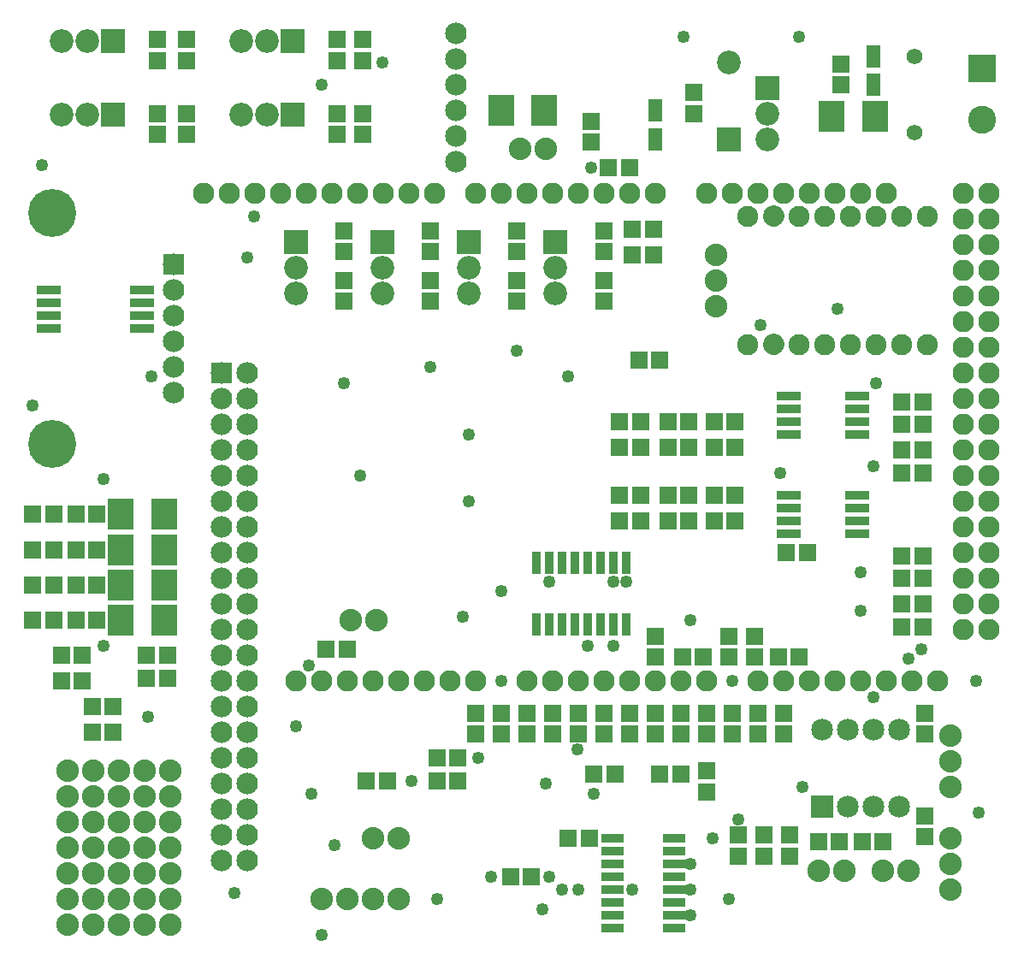
<source format=gts>
G04 MADE WITH FRITZING*
G04 WWW.FRITZING.ORG*
G04 DOUBLE SIDED*
G04 HOLES PLATED*
G04 CONTOUR ON CENTER OF CONTOUR VECTOR*
%ASAXBY*%
%FSLAX23Y23*%
%MOIN*%
%OFA0B0*%
%SFA1.0B1.0*%
%ADD10C,0.049370*%
%ADD11C,0.082472*%
%ADD12C,0.082445*%
%ADD13C,0.082417*%
%ADD14C,0.084000*%
%ADD15C,0.187165*%
%ADD16C,0.088000*%
%ADD17C,0.085000*%
%ADD18C,0.082917*%
%ADD19C,0.092000*%
%ADD20C,0.061496*%
%ADD21C,0.109055*%
%ADD22R,0.057244X0.088740*%
%ADD23R,0.069055X0.065118*%
%ADD24R,0.065118X0.069055*%
%ADD25R,0.096614X0.033622*%
%ADD26R,0.100086X0.123708*%
%ADD27R,0.084000X0.084000*%
%ADD28R,0.036000X0.090000*%
%ADD29R,0.096900X0.034000*%
%ADD30R,0.090000X0.036000*%
%ADD31R,0.085000X0.085000*%
%ADD32R,0.092000X0.092000*%
%ADD33R,0.109055X0.109055*%
%ADD34R,0.001000X0.001000*%
%LNMASK1*%
G90*
G70*
G54D10*
X919Y2982D03*
X2244Y732D03*
X2057Y770D03*
X1182Y182D03*
X1632Y320D03*
X1844Y408D03*
X2769Y320D03*
X2807Y632D03*
X3744Y657D03*
X3519Y1295D03*
X3282Y1445D03*
X1419Y3582D03*
X1332Y1970D03*
X1757Y1870D03*
X1757Y2132D03*
X2144Y2357D03*
X1082Y995D03*
X1232Y532D03*
X519Y2357D03*
X332Y1307D03*
G54D11*
X2844Y2482D03*
X3544Y2982D03*
X3444Y2982D03*
X3344Y2982D03*
X3244Y2982D03*
X3144Y2982D03*
G54D12*
X3044Y2982D03*
G54D11*
X2844Y2982D03*
G54D12*
X3544Y2482D03*
G54D13*
X3444Y2482D03*
G54D12*
X3344Y2482D03*
G54D11*
X3244Y2482D03*
G54D12*
X3144Y2482D03*
G54D13*
X3044Y2482D03*
G54D10*
X2707Y557D03*
X1882Y1520D03*
X2232Y3170D03*
X2070Y407D03*
X2594Y3682D03*
X3044Y3682D03*
X57Y2245D03*
G54D14*
X607Y2794D03*
X607Y2694D03*
X607Y2594D03*
X607Y2494D03*
X607Y2394D03*
X607Y2294D03*
G54D10*
X844Y345D03*
X94Y3182D03*
X1144Y732D03*
X2394Y357D03*
X2182Y357D03*
X2119Y357D03*
X2044Y282D03*
X2620Y257D03*
X2619Y357D03*
X2619Y457D03*
X2181Y905D03*
X3469Y1257D03*
X332Y1957D03*
X894Y2820D03*
X3344Y2332D03*
X3282Y1595D03*
X2319Y1557D03*
X2619Y1407D03*
X1794Y870D03*
X1132Y1232D03*
X2219Y1307D03*
X2069Y1557D03*
X2319Y1307D03*
X2369Y1557D03*
X1732Y1420D03*
X3732Y1170D03*
X1532Y782D03*
G54D14*
X1707Y3695D03*
X1707Y3595D03*
X1707Y3495D03*
X1707Y3395D03*
X1707Y3295D03*
X1707Y3195D03*
X1707Y3695D03*
X1707Y3595D03*
X1707Y3495D03*
X1707Y3395D03*
X1707Y3295D03*
X1707Y3195D03*
G54D10*
X3057Y757D03*
G54D15*
X132Y2095D03*
X132Y2995D03*
G54D10*
X1607Y2395D03*
X1944Y2457D03*
X1269Y2332D03*
X1182Y3495D03*
X3332Y1107D03*
X1882Y1170D03*
X507Y1032D03*
X2782Y1170D03*
X3194Y2620D03*
X2969Y1982D03*
X3332Y2007D03*
G54D16*
X594Y220D03*
X494Y220D03*
X394Y220D03*
X294Y220D03*
X194Y220D03*
X594Y820D03*
X494Y820D03*
X394Y820D03*
X294Y820D03*
X194Y820D03*
X194Y620D03*
X294Y620D03*
X394Y620D03*
X494Y620D03*
X494Y320D03*
X494Y420D03*
X194Y320D03*
X194Y420D03*
X294Y320D03*
X294Y420D03*
X394Y320D03*
X394Y420D03*
X594Y320D03*
X594Y420D03*
X1182Y320D03*
X1282Y320D03*
X194Y720D03*
X294Y720D03*
X394Y720D03*
X494Y720D03*
X1482Y320D03*
X494Y520D03*
X594Y520D03*
X1397Y1407D03*
X1297Y1407D03*
X194Y520D03*
X294Y520D03*
X394Y520D03*
X594Y720D03*
X1382Y320D03*
X594Y620D03*
G54D10*
X2894Y2557D03*
G54D17*
X3132Y682D03*
X3132Y982D03*
X3232Y682D03*
X3232Y982D03*
X3332Y682D03*
X3332Y982D03*
X3432Y682D03*
X3432Y982D03*
G54D14*
X894Y2370D03*
X894Y2270D03*
X894Y2170D03*
X894Y2070D03*
X894Y1970D03*
X894Y1870D03*
X894Y1770D03*
X894Y1670D03*
X894Y1570D03*
X894Y1470D03*
X894Y1370D03*
X894Y1270D03*
X894Y1170D03*
X894Y1070D03*
X894Y970D03*
X894Y870D03*
X894Y770D03*
X894Y670D03*
X894Y570D03*
X894Y470D03*
X794Y2370D03*
X794Y2270D03*
X794Y2170D03*
X794Y2070D03*
X794Y1970D03*
X794Y1870D03*
X794Y1770D03*
X794Y1670D03*
X794Y1570D03*
X794Y1470D03*
X794Y1370D03*
X794Y1270D03*
X794Y1170D03*
X794Y1070D03*
X794Y970D03*
X794Y870D03*
X794Y770D03*
X794Y670D03*
X794Y570D03*
X794Y470D03*
G54D18*
X2982Y1170D03*
X1382Y1170D03*
X3082Y1170D03*
X3182Y1170D03*
X3282Y1170D03*
X3382Y1170D03*
X3682Y2570D03*
X3482Y1170D03*
X3582Y1170D03*
X1422Y3070D03*
X1982Y1170D03*
X2082Y1170D03*
X2182Y1170D03*
X2282Y1170D03*
X3682Y1770D03*
X2382Y1170D03*
X2482Y1170D03*
X2582Y1170D03*
X2682Y1170D03*
X2182Y3070D03*
X3682Y2970D03*
X3682Y2170D03*
X3682Y1370D03*
X1022Y3070D03*
X1782Y1170D03*
X1782Y3070D03*
X3682Y2770D03*
X3682Y2370D03*
X3682Y1970D03*
X3382Y3070D03*
X3682Y1570D03*
X3282Y3070D03*
X3182Y3070D03*
X3082Y3070D03*
X2982Y3070D03*
X2882Y3070D03*
X2782Y3070D03*
X2682Y3070D03*
X822Y3070D03*
X1222Y3070D03*
X1622Y3070D03*
X1182Y1170D03*
X1582Y1170D03*
X2382Y3070D03*
X1982Y3070D03*
X3682Y3070D03*
X3682Y2870D03*
X3682Y2670D03*
X3682Y2470D03*
X3682Y2270D03*
X3682Y2070D03*
X3682Y1870D03*
X3682Y1670D03*
X3682Y1470D03*
X722Y3070D03*
X922Y3070D03*
X1122Y3070D03*
X1322Y3070D03*
X1522Y3070D03*
X1082Y1170D03*
X1282Y1170D03*
X1482Y1170D03*
X1682Y1170D03*
X2482Y3070D03*
X2282Y3070D03*
X2082Y3070D03*
X1882Y3070D03*
X3782Y3070D03*
X3782Y2970D03*
X3782Y2870D03*
X3782Y2770D03*
X3782Y2670D03*
X3782Y2570D03*
X3782Y2470D03*
X3782Y2370D03*
X3782Y2270D03*
X3782Y2170D03*
X3782Y2070D03*
X3782Y1970D03*
X3782Y1870D03*
X3782Y1770D03*
X3782Y1670D03*
X3782Y1570D03*
X3782Y1470D03*
X3782Y1370D03*
X2882Y1170D03*
G54D19*
X1419Y2882D03*
X1419Y2782D03*
X1419Y2682D03*
X2094Y2882D03*
X2094Y2782D03*
X2094Y2682D03*
X1757Y2882D03*
X1757Y2782D03*
X1757Y2682D03*
X1082Y2882D03*
X1082Y2782D03*
X1082Y2682D03*
G54D16*
X3632Y357D03*
X3632Y457D03*
X3632Y557D03*
X3632Y957D03*
X3632Y857D03*
X3632Y757D03*
X2057Y3245D03*
X1957Y3245D03*
X2719Y2832D03*
X2719Y2732D03*
X2719Y2632D03*
X3119Y432D03*
X3219Y432D03*
X1482Y557D03*
X1382Y557D03*
X3469Y432D03*
X3369Y432D03*
G54D19*
X2919Y3482D03*
X2919Y3382D03*
X2919Y3282D03*
X2769Y3282D03*
X2769Y3580D03*
G54D20*
X3494Y3307D03*
X3494Y3603D03*
X3494Y3307D03*
X3494Y3603D03*
G54D19*
X369Y3377D03*
X269Y3377D03*
X169Y3377D03*
X1069Y3664D03*
X969Y3664D03*
X869Y3664D03*
X369Y3664D03*
X269Y3664D03*
X169Y3664D03*
X1069Y3377D03*
X969Y3377D03*
X869Y3377D03*
G54D21*
X3757Y3557D03*
X3757Y3357D03*
G54D22*
X2482Y3282D03*
X2482Y3393D03*
G54D23*
X2232Y3270D03*
X2232Y3351D03*
G54D24*
X2301Y3170D03*
X2382Y3170D03*
G54D25*
X482Y2595D03*
X120Y2595D03*
X482Y2545D03*
X482Y2645D03*
X482Y2695D03*
X120Y2545D03*
X120Y2645D03*
X120Y2695D03*
G54D26*
X3169Y3370D03*
X3339Y3370D03*
X1882Y3395D03*
X2051Y3395D03*
G54D27*
X607Y2794D03*
G54D28*
X2019Y1390D03*
X2069Y1390D03*
X2119Y1390D03*
X2169Y1390D03*
X2219Y1390D03*
X2269Y1390D03*
X2319Y1390D03*
X2369Y1390D03*
X2369Y1632D03*
X2319Y1632D03*
X2269Y1632D03*
X2219Y1632D03*
X2169Y1632D03*
X2119Y1632D03*
X2069Y1632D03*
X2019Y1632D03*
G54D29*
X3269Y2132D03*
X3269Y2182D03*
X3269Y2232D03*
X3269Y2282D03*
X3004Y2282D03*
X3004Y2232D03*
X3004Y2182D03*
X3004Y2132D03*
X3269Y1745D03*
X3269Y1795D03*
X3269Y1845D03*
X3269Y1895D03*
X3004Y1895D03*
X3004Y1845D03*
X3004Y1795D03*
X3004Y1745D03*
G54D26*
X569Y1407D03*
X400Y1407D03*
X569Y1545D03*
X400Y1545D03*
X569Y1682D03*
X400Y1682D03*
X569Y1820D03*
X400Y1820D03*
G54D24*
X57Y1407D03*
X138Y1407D03*
X57Y1545D03*
X138Y1545D03*
X57Y1682D03*
X138Y1682D03*
X57Y1820D03*
X138Y1820D03*
X2532Y1795D03*
X2613Y1795D03*
X2532Y1895D03*
X2613Y1895D03*
X2532Y2082D03*
X2613Y2082D03*
X2532Y2182D03*
X2613Y2182D03*
X307Y1407D03*
X226Y1407D03*
X307Y1545D03*
X226Y1545D03*
X307Y1682D03*
X226Y1682D03*
X307Y1820D03*
X226Y1820D03*
X2344Y1795D03*
X2425Y1795D03*
X2344Y1895D03*
X2425Y1895D03*
X2344Y2082D03*
X2425Y2082D03*
X2344Y2182D03*
X2425Y2182D03*
G54D22*
X3332Y3494D03*
X3332Y3604D03*
G54D30*
X2557Y207D03*
X2557Y257D03*
X2557Y307D03*
X2557Y357D03*
X2557Y407D03*
X2557Y457D03*
X2557Y507D03*
X2557Y557D03*
X2315Y557D03*
X2315Y507D03*
X2315Y457D03*
X2315Y407D03*
X2315Y357D03*
X2315Y307D03*
X2315Y257D03*
X2315Y207D03*
G54D24*
X2144Y557D03*
X2225Y557D03*
X582Y1182D03*
X501Y1182D03*
X369Y1070D03*
X289Y1070D03*
X2394Y2932D03*
X2475Y2932D03*
G54D23*
X3207Y3576D03*
X3207Y3495D03*
X2632Y3463D03*
X2632Y3382D03*
G54D24*
X369Y970D03*
X289Y970D03*
X582Y1270D03*
X501Y1270D03*
X250Y1270D03*
X169Y1270D03*
G54D23*
X1344Y3302D03*
X1344Y3382D03*
X1244Y3589D03*
X1244Y3670D03*
X1344Y3589D03*
X1344Y3670D03*
X1244Y3302D03*
X1244Y3382D03*
X657Y3589D03*
X657Y3670D03*
X544Y3589D03*
X544Y3670D03*
X657Y3302D03*
X657Y3382D03*
X544Y3302D03*
X544Y3382D03*
G54D24*
X3525Y2257D03*
X3444Y2257D03*
X3525Y1982D03*
X3444Y1982D03*
X3525Y2070D03*
X3444Y2070D03*
X3525Y2170D03*
X3444Y2170D03*
X2419Y2420D03*
X2500Y2420D03*
X3525Y1382D03*
X3444Y1382D03*
X3525Y1470D03*
X3444Y1470D03*
X3525Y1570D03*
X3444Y1570D03*
X3525Y1657D03*
X3444Y1657D03*
G54D23*
X1269Y2652D03*
X1269Y2732D03*
X1607Y2652D03*
X1607Y2732D03*
X1944Y2652D03*
X1944Y2732D03*
X2282Y2652D03*
X2282Y2732D03*
X1269Y2926D03*
X1269Y2845D03*
X1607Y2926D03*
X1607Y2845D03*
X1944Y2926D03*
X1944Y2845D03*
X2282Y2926D03*
X2282Y2845D03*
G54D24*
X2714Y2082D03*
X2794Y2082D03*
X2794Y2182D03*
X2714Y2182D03*
X1713Y782D03*
X1632Y782D03*
X2325Y807D03*
X2244Y807D03*
X250Y1170D03*
X169Y1170D03*
X2994Y1670D03*
X3075Y1670D03*
G54D23*
X2769Y1345D03*
X2769Y1264D03*
X2082Y964D03*
X2082Y1045D03*
G54D24*
X1282Y1295D03*
X1201Y1295D03*
X2475Y2832D03*
X2394Y2832D03*
G54D23*
X1982Y964D03*
X1982Y1045D03*
G54D24*
X1713Y870D03*
X1632Y870D03*
G54D23*
X1782Y1045D03*
X1782Y964D03*
G54D24*
X3044Y1266D03*
X2964Y1266D03*
G54D23*
X2482Y1264D03*
X2482Y1345D03*
X3532Y964D03*
X3532Y1045D03*
G54D24*
X3289Y545D03*
X3369Y545D03*
X3200Y545D03*
X3119Y545D03*
G54D23*
X3532Y564D03*
X3532Y645D03*
X3007Y570D03*
X3007Y489D03*
X2682Y739D03*
X2682Y820D03*
G54D24*
X2501Y807D03*
X2582Y807D03*
G54D31*
X3132Y682D03*
G54D27*
X794Y2370D03*
G54D32*
X1419Y2882D03*
X2094Y2882D03*
X1757Y2882D03*
X1082Y2882D03*
X2919Y3482D03*
X2769Y3281D03*
X369Y3377D03*
X1069Y3664D03*
X369Y3664D03*
X1069Y3377D03*
G54D33*
X3757Y3557D03*
G54D23*
X2882Y964D03*
X2882Y1045D03*
X2807Y489D03*
X2807Y570D03*
X2907Y489D03*
X2907Y570D03*
G54D24*
X1357Y782D03*
X1438Y782D03*
G54D23*
X1882Y964D03*
X1882Y1045D03*
X2182Y964D03*
X2182Y1045D03*
X2982Y964D03*
X2982Y1045D03*
X2682Y964D03*
X2682Y1045D03*
X2582Y964D03*
X2582Y1045D03*
X2782Y964D03*
X2782Y1045D03*
X2482Y964D03*
X2482Y1045D03*
X2282Y964D03*
X2282Y1045D03*
X2382Y964D03*
X2382Y1045D03*
G54D24*
X2714Y1795D03*
X2794Y1795D03*
X2794Y1895D03*
X2714Y1895D03*
X2669Y1266D03*
X2589Y1266D03*
G54D23*
X2869Y1264D03*
X2869Y1345D03*
G54D24*
X1919Y407D03*
X2000Y407D03*
G54D34*
X2943Y3024D02*
X2944Y3024D01*
X2936Y3023D02*
X2952Y3023D01*
X2932Y3022D02*
X2956Y3022D01*
X2929Y3021D02*
X2959Y3021D01*
X2927Y3020D02*
X2961Y3020D01*
X2925Y3019D02*
X2963Y3019D01*
X2923Y3018D02*
X2965Y3018D01*
X2921Y3017D02*
X2966Y3017D01*
X2920Y3016D02*
X2968Y3016D01*
X2919Y3015D02*
X2969Y3015D01*
X2917Y3014D02*
X2970Y3014D01*
X2916Y3013D02*
X2971Y3013D01*
X2915Y3012D02*
X2972Y3012D01*
X2914Y3011D02*
X2973Y3011D01*
X2913Y3010D02*
X2974Y3010D01*
X2913Y3009D02*
X2975Y3009D01*
X2912Y3008D02*
X2976Y3008D01*
X2911Y3007D02*
X2977Y3007D01*
X2910Y3006D02*
X2977Y3006D01*
X2910Y3005D02*
X2978Y3005D01*
X2909Y3004D02*
X2979Y3004D01*
X2908Y3003D02*
X2979Y3003D01*
X2908Y3002D02*
X2980Y3002D01*
X2907Y3001D02*
X2980Y3001D01*
X2907Y3000D02*
X2981Y3000D01*
X2906Y2999D02*
X2981Y2999D01*
X2906Y2998D02*
X2982Y2998D01*
X2906Y2997D02*
X2982Y2997D01*
X2905Y2996D02*
X2982Y2996D01*
X2905Y2995D02*
X2983Y2995D01*
X2905Y2994D02*
X2983Y2994D01*
X2905Y2993D02*
X2983Y2993D01*
X2904Y2992D02*
X2983Y2992D01*
X2904Y2991D02*
X2984Y2991D01*
X2904Y2990D02*
X2984Y2990D01*
X2904Y2989D02*
X2984Y2989D01*
X2904Y2988D02*
X2984Y2988D01*
X2903Y2987D02*
X2984Y2987D01*
X2903Y2986D02*
X2984Y2986D01*
X2903Y2985D02*
X2984Y2985D01*
X2903Y2984D02*
X2985Y2984D01*
X2903Y2983D02*
X2985Y2983D01*
X2903Y2982D02*
X2985Y2982D01*
X2903Y2981D02*
X2984Y2981D01*
X2903Y2980D02*
X2984Y2980D01*
X2903Y2979D02*
X2984Y2979D01*
X2904Y2978D02*
X2984Y2978D01*
X2904Y2977D02*
X2984Y2977D01*
X2904Y2976D02*
X2984Y2976D01*
X2904Y2975D02*
X2984Y2975D01*
X2904Y2974D02*
X2984Y2974D01*
X2904Y2973D02*
X2983Y2973D01*
X2905Y2972D02*
X2983Y2972D01*
X2905Y2971D02*
X2983Y2971D01*
X2905Y2970D02*
X2983Y2970D01*
X2906Y2969D02*
X2982Y2969D01*
X2906Y2968D02*
X2982Y2968D01*
X2906Y2967D02*
X2981Y2967D01*
X2907Y2966D02*
X2981Y2966D01*
X2907Y2965D02*
X2980Y2965D01*
X2908Y2964D02*
X2980Y2964D01*
X2908Y2963D02*
X2979Y2963D01*
X2909Y2962D02*
X2979Y2962D01*
X2909Y2961D02*
X2978Y2961D01*
X2910Y2960D02*
X2978Y2960D01*
X2911Y2959D02*
X2977Y2959D01*
X2912Y2958D02*
X2976Y2958D01*
X2912Y2957D02*
X2975Y2957D01*
X2913Y2956D02*
X2975Y2956D01*
X2914Y2955D02*
X2974Y2955D01*
X2915Y2954D02*
X2973Y2954D01*
X2916Y2953D02*
X2972Y2953D01*
X2917Y2952D02*
X2971Y2952D01*
X2918Y2951D02*
X2970Y2951D01*
X2920Y2950D02*
X2968Y2950D01*
X2921Y2949D02*
X2967Y2949D01*
X2922Y2948D02*
X2965Y2948D01*
X2924Y2947D02*
X2964Y2947D01*
X2926Y2946D02*
X2962Y2946D01*
X2928Y2945D02*
X2960Y2945D01*
X2931Y2944D02*
X2957Y2944D01*
X2934Y2943D02*
X2954Y2943D01*
X2939Y2942D02*
X2949Y2942D01*
X2944Y2524D02*
X2944Y2524D01*
X2936Y2523D02*
X2952Y2523D01*
X2932Y2522D02*
X2956Y2522D01*
X2929Y2521D02*
X2959Y2521D01*
X2927Y2520D02*
X2961Y2520D01*
X2925Y2519D02*
X2963Y2519D01*
X2923Y2518D02*
X2965Y2518D01*
X2921Y2517D02*
X2966Y2517D01*
X2920Y2516D02*
X2968Y2516D01*
X2919Y2515D02*
X2969Y2515D01*
X2918Y2514D02*
X2970Y2514D01*
X2916Y2513D02*
X2971Y2513D01*
X2915Y2512D02*
X2972Y2512D01*
X2914Y2511D02*
X2973Y2511D01*
X2913Y2510D02*
X2974Y2510D01*
X2913Y2509D02*
X2975Y2509D01*
X2912Y2508D02*
X2976Y2508D01*
X2911Y2507D02*
X2977Y2507D01*
X2910Y2506D02*
X2977Y2506D01*
X2910Y2505D02*
X2978Y2505D01*
X2909Y2504D02*
X2979Y2504D01*
X2909Y2503D02*
X2979Y2503D01*
X2908Y2502D02*
X2980Y2502D01*
X2907Y2501D02*
X2980Y2501D01*
X2907Y2500D02*
X2981Y2500D01*
X2906Y2499D02*
X2981Y2499D01*
X2906Y2498D02*
X2982Y2498D01*
X2906Y2497D02*
X2982Y2497D01*
X2905Y2496D02*
X2982Y2496D01*
X2905Y2495D02*
X2983Y2495D01*
X2905Y2494D02*
X2983Y2494D01*
X2905Y2493D02*
X2983Y2493D01*
X2904Y2492D02*
X2983Y2492D01*
X2904Y2491D02*
X2984Y2491D01*
X2904Y2490D02*
X2984Y2490D01*
X2904Y2489D02*
X2984Y2489D01*
X2904Y2488D02*
X2984Y2488D01*
X2903Y2487D02*
X2984Y2487D01*
X2903Y2486D02*
X2984Y2486D01*
X2903Y2485D02*
X2984Y2485D01*
X2903Y2484D02*
X2985Y2484D01*
X2903Y2483D02*
X2985Y2483D01*
X2903Y2482D02*
X2985Y2482D01*
X2903Y2481D02*
X2984Y2481D01*
X2903Y2480D02*
X2984Y2480D01*
X2903Y2479D02*
X2984Y2479D01*
X2904Y2478D02*
X2984Y2478D01*
X2904Y2477D02*
X2984Y2477D01*
X2904Y2476D02*
X2984Y2476D01*
X2904Y2475D02*
X2984Y2475D01*
X2904Y2474D02*
X2984Y2474D01*
X2904Y2473D02*
X2983Y2473D01*
X2905Y2472D02*
X2983Y2472D01*
X2905Y2471D02*
X2983Y2471D01*
X2905Y2470D02*
X2983Y2470D01*
X2906Y2469D02*
X2982Y2469D01*
X2906Y2468D02*
X2982Y2468D01*
X2906Y2467D02*
X2981Y2467D01*
X2907Y2466D02*
X2981Y2466D01*
X2907Y2465D02*
X2980Y2465D01*
X2908Y2464D02*
X2980Y2464D01*
X2908Y2463D02*
X2979Y2463D01*
X2909Y2462D02*
X2979Y2462D01*
X2910Y2461D02*
X2978Y2461D01*
X2910Y2460D02*
X2978Y2460D01*
X2911Y2459D02*
X2977Y2459D01*
X2912Y2458D02*
X2976Y2458D01*
X2912Y2457D02*
X2975Y2457D01*
X2913Y2456D02*
X2975Y2456D01*
X2914Y2455D02*
X2974Y2455D01*
X2915Y2454D02*
X2973Y2454D01*
X2916Y2453D02*
X2972Y2453D01*
X2917Y2452D02*
X2971Y2452D01*
X2918Y2451D02*
X2970Y2451D01*
X2920Y2450D02*
X2968Y2450D01*
X2921Y2449D02*
X2967Y2449D01*
X2922Y2448D02*
X2965Y2448D01*
X2924Y2447D02*
X2964Y2447D01*
X2926Y2446D02*
X2962Y2446D01*
X2928Y2445D02*
X2960Y2445D01*
X2931Y2444D02*
X2957Y2444D01*
X2934Y2443D02*
X2954Y2443D01*
X2939Y2442D02*
X2949Y2442D01*
D02*
G04 End of Mask1*
M02*
</source>
